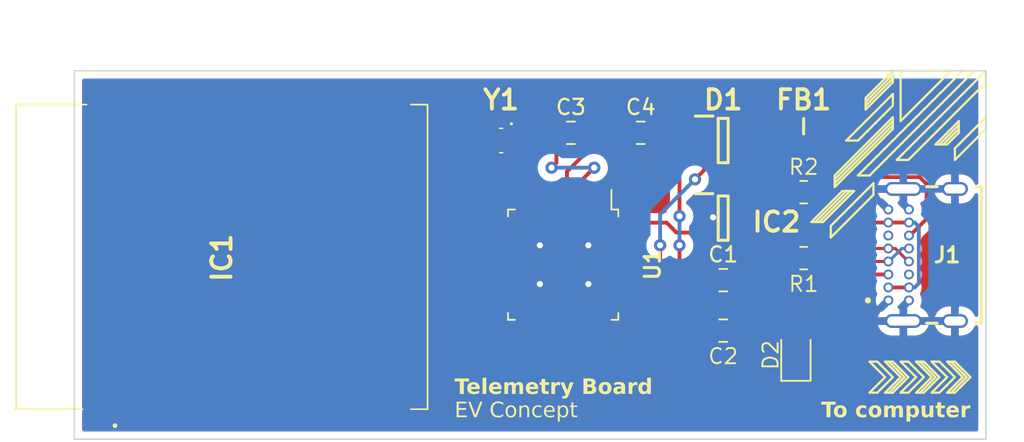
<source format=kicad_pcb>
(kicad_pcb (version 20221018) (generator pcbnew)
  (layers (0 "F.Cu" signal) (31 "B.Cu" signal) (34 "B.Paste" user) (35 "F.Paste" user) (36 "B.SilkS" user "B.Silkscreen") (37 "F.SilkS" user "F.Silkscreen") (38 "B.Mask" user) (39 "F.Mask" user) (44 "Edge.Cuts" user))
  (net 0 "")
  (footprint "Diode_SMD:D_0805_2012Metric" (layer "F.Cu") (at 180.594 93.5505 90)
    (fp_text reference "D2" (at 0 -1.65 90) (layer "F.SilkS") (effects (font (thickness 0.125))))
    (fp_text value "D_Zener")
    (fp_line (start -1.685 -0.96) (end -1.685 0.96) (stroke (width 0.12)) (layer "F.SilkS"))
    (fp_line (start -1.685 0.96) (end 1 0.96) (stroke (width 0.12)) (layer "F.SilkS"))
    (fp_line (start 1 -0.96) (end -1.685 -0.96) (stroke (width 0.12)) (layer "F.SilkS"))
    (pad "1" smd roundrect (at -0.9375 0 90) (size 0.975 1.4) (layers "F.Cu" "F.Paste" "F.Mask"))
    (pad "2" smd roundrect (at 0.9375 0 90) (size 0.975 1.4) (layers "F.Cu" "F.Paste" "F.Mask"))
  )
  (footprint "Capacitor_SMD:C_0805_2012Metric" (layer "F.Cu") (at 165.862 78.994)
    (fp_text reference "C3" (at 0 -1.68) (layer "F.SilkS"))
    (fp_text value "2pF")
    (fp_line (start -0.261252 -0.735) (end 0.261252 -0.735) (stroke (width 0.12)) (layer "F.SilkS"))
    (fp_line (start -0.261252 0.735) (end 0.261252 0.735) (stroke (width 0.12)) (layer "F.SilkS"))
    (pad "1" smd roundrect (at -0.95 0) (size 1 1.45) (layers "F.Cu" "F.Paste" "F.Mask"))
    (pad "2" smd roundrect (at 0.95 0) (size 1 1.45) (layers "F.Cu" "F.Paste" "F.Mask"))
  )
  (footprint "Resistor_SMD:R_0805_2012Metric" (layer "F.Cu") (at 181.102 82.8825)
    (fp_text reference "R2" (at 0 -1.65) (layer "F.SilkS") (effects (font (thickness 0.125))))
    (fp_text value "5.11k")
    (fp_line (start -0.227064 -0.735) (end 0.227064 -0.735) (stroke (width 0.12)) (layer "F.SilkS"))
    (fp_line (start -0.227064 0.735) (end 0.227064 0.735) (stroke (width 0.12)) (layer "F.SilkS"))
    (pad "1" smd roundrect (at -0.9125 0) (size 1.025 1.4) (layers "F.Cu" "F.Paste" "F.Mask") (roundrect_rratio 0.243902))
    (pad "2" smd roundrect (at 0.9125 0) (size 1.025 1.4) (layers "F.Cu" "F.Paste" "F.Mask") (roundrect_rratio 0.243902))
  )
  (footprint "USB4085-GF-A_REVB:GCT_USB4085-GF-A_REVB" (layer "F.Cu") (at 191.008 86.995 90)
    (fp_text reference "J1" (at 0 -0.508 180) (layer "F.SilkS") (effects (font (thickness 0.2) bold)))
    (fp_text value "USB4085-GF-A_REVB")
    (fp_line (start -4.47 -1.85) (end -4.47 -1.17) (stroke (width 0.2)) (layer "F.SilkS"))
    (fp_line (start -4.47 1.39) (end -4.47 1.74) (stroke (width 0.2)) (layer "F.SilkS"))
    (fp_line (start -4.47 1.74) (end 4.47 1.74) (stroke (width 0.2)) (layer "F.SilkS"))
    (fp_line (start 4.47 -1.85) (end 4.47 -1.17) (stroke (width 0.2)) (layer "F.SilkS"))
    (fp_line (start 4.47 1.74) (end 4.47 1.39) (stroke (width 0.2)) (layer "F.SilkS"))
    (fp_circle (center -2.975 -5.7) (end -2.875 -5.7) (stroke (width 0.2)) (fill none) (layer "F.SilkS"))
    (pad "A1" thru_hole circle (at -2.975 -4.36 90) (size 0.65 0.65) (drill 0.4) (layers "*.Cu" "*.Mask"))
    (pad "A4" thru_hole circle (at -2.125 -4.36 90) (size 0.65 0.65) (drill 0.4) (layers "*.Cu" "*.Mask"))
    (pad "A5" thru_hole circle (at -1.275 -4.36 90) (size 0.65 0.65) (drill 0.4) (layers "*.Cu" "*.Mask"))
    (pad "A6" thru_hole circle (at -0.425 -4.36 90) (size 0.65 0.65) (drill 0.4) (layers "*.Cu" "*.Mask"))
    (pad "A7" thru_hole circle (at 0.425 -4.36 90) (size 0.65 0.65) (drill 0.4) (layers "*.Cu" "*.Mask"))
    (pad "A8" thru_hole circle (at 1.275 -4.36 90) (size 0.65 0.65) (drill 0.4) (layers "*.Cu" "*.Mask"))
    (pad "A9" thru_hole circle (at 2.125 -4.36 90) (size 0.65 0.65) (drill 0.4) (layers "*.Cu" "*.Mask"))
    (pad "A12" thru_hole circle (at 2.975 -4.36 90) (size 0.65 0.65) (drill 0.4) (layers "*.Cu" "*.Mask"))
    (pad "B1" thru_hole circle (at 2.975 -3.01 90) (size 0.65 0.65) (drill 0.4) (layers "*.Cu" "*.Mask"))
    (pad "B4" thru_hole circle (at 2.125 -3.01 90) (size 0.65 0.65) (drill 0.4) (layers "*.Cu" "*.Mask"))
    (pad "B5" thru_hole circle (at 1.275 -3.01 90) (size 0.65 0.65) (drill 0.4) (layers "*.Cu" "*.Mask"))
    (pad "B6" thru_hole circle (at 0.425 -3.01 90) (size 0.65 0.65) (drill 0.4) (layers "*.Cu" "*.Mask"))
    (pad "B7" thru_hole circle (at -0.425 -3.01 90) (size 0.65 0.65) (drill 0.4) (layers "*.Cu" "*.Mask"))
    (pad "B8" thru_hole circle (at -1.275 -3.01 90) (size 0.65 0.65) (drill 0.4) (layers "*.Cu" "*.Mask"))
    (pad "B9" thru_hole circle (at -2.125 -3.01 90) (size 0.65 0.65) (drill 0.4) (layers "*.Cu" "*.Mask"))
    (pad "B12" thru_hole circle (at -2.975 -3.01 90) (size 0.65 0.65) (drill 0.4) (layers "*.Cu" "*.Mask"))
    (pad "S1" thru_hole oval (at -4.325 0 90) (size 0.9 1.7) (drill oval 0.6 1.4) (layers "*.Cu" "*.Mask"))
    (pad "S2" thru_hole oval (at 4.325 0 90) (size 0.9 1.7) (drill oval 0.6 1.4) (layers "*.Cu" "*.Mask"))
    (pad "S3" thru_hole oval (at -4.325 -3.38 90) (size 0.9 2.4) (drill oval 0.6 2.1) (layers "*.Cu" "*.Mask"))
    (pad "S4" thru_hole oval (at 4.325 -3.38 90) (size 0.9 2.4) (drill oval 0.6 2.1) (layers "*.Cu" "*.Mask"))
  )
  (footprint "KiCAD Library Loader:XRCGB16M000FXN1R0" (layer "F.Cu") (at 161.29 79.502 180)
    (fp_text reference "Y1" (at 0 2.667) (layer "F.SilkS") (effects (font (size 1.27 1.27) (thickness 0.254) bold)))
    (fp_text value "XRCGB16M000FXN00R0" hide)
    (fp_line (start -0.725 1.1) (end -0.725 1.1) (stroke (width 0.1)) (layer "F.SilkS"))
    (fp_line (start -0.625 1.1) (end -0.625 1.1) (stroke (width 0.1)) (layer "F.SilkS"))
    (fp_line (start -0.1 -0.8) (end 0.1 -0.8) (stroke (width 0.1)) (layer "F.SilkS"))
    (fp_line (start -0.1 0.8) (end 0.1 0.8) (stroke (width 0.1)) (layer "F.SilkS"))
    (fp_arc (start -0.725 1.1) (mid -0.675 1.05) (end -0.625 1.1) (stroke (width 0.1)) (layer "F.SilkS"))
    (fp_arc (start -0.625 1.1) (mid -0.675 1.15) (end -0.725 1.1) (stroke (width 0.1)) (layer "F.SilkS"))
    (pad "1" smd rect (at -0.675 0.5 270) (size 0.7 0.75) (layers "F.Cu" "F.Paste" "F.Mask"))
    (pad "2" smd rect (at 0.675 0.5 270) (size 0.7 0.75) (layers "F.Cu" "F.Paste" "F.Mask"))
    (pad "3" smd rect (at 0.675 -0.5 270) (size 0.7 0.75) (layers "F.Cu" "F.Paste" "F.Mask"))
    (pad "4" smd rect (at -0.675 -0.5 270) (size 0.7 0.75) (layers "F.Cu" "F.Paste" "F.Mask"))
  )
  (footprint "KiCAD Library Loader:SOT95P280X145-6N" (layer "F.Cu") (at 175.834 79.502)
    (fp_text reference "D1" (at 0 -2.667) (layer "F.SilkS") (effects (font (size 1.27 1.27) (thickness 0.254) bold)))
    (fp_text value "82400102" hide)
    (fp_line (start -1.825 -1.6) (end -0.675 -1.6) (stroke (width 0.2)) (layer "F.SilkS"))
    (fp_line (start -0.325 -1.45) (end 0.325 -1.45) (stroke (width 0.2)) (layer "F.SilkS"))
    (fp_line (start -0.325 1.45) (end -0.325 -1.45) (stroke (width 0.2)) (layer "F.SilkS"))
    (fp_line (start 0.325 -1.45) (end 0.325 1.45) (stroke (width 0.2)) (layer "F.SilkS"))
    (fp_line (start 0.325 1.45) (end -0.325 1.45) (stroke (width 0.2)) (layer "F.SilkS"))
    (pad "1" smd rect (at -1.25 -0.95 90) (size 0.6 1.15) (layers "F.Cu" "F.Paste" "F.Mask"))
    (pad "2" smd rect (at -1.25 0 90) (size 0.6 1.15) (layers "F.Cu" "F.Paste" "F.Mask"))
    (pad "3" smd rect (at -1.25 0.95 90) (size 0.6 1.15) (layers "F.Cu" "F.Paste" "F.Mask"))
    (pad "4" smd rect (at 1.25 0.95 90) (size 0.6 1.15) (layers "F.Cu" "F.Paste" "F.Mask"))
    (pad "5" smd rect (at 1.25 0 90) (size 0.6 1.15) (layers "F.Cu" "F.Paste" "F.Mask"))
    (pad "6" smd rect (at 1.25 -0.95 90) (size 0.6 1.15) (layers "F.Cu" "F.Paste" "F.Mask"))
  )
  (footprint "Capacitor_SMD:C_0805_2012Metric" (layer "F.Cu") (at 175.834 91.948 180)
    (fp_text reference "C2" (at 0 -1.68) (layer "F.SilkS") (effects (font (thickness 0.125))))
    (fp_text value "10uF")
    (fp_line (start -0.261252 -0.735) (end 0.261252 -0.735) (stroke (width 0.12)) (layer "F.SilkS"))
    (fp_line (start -0.261252 0.735) (end 0.261252 0.735) (stroke (width 0.12)) (layer "F.SilkS"))
    (pad "1" smd roundrect (at -0.95 0 180) (size 1 1.45) (layers "F.Cu" "F.Paste" "F.Mask"))
    (pad "2" smd roundrect (at 0.95 0 180) (size 1 1.45) (layers "F.Cu" "F.Paste" "F.Mask"))
  )
  (footprint "KiCAD Library Loader:LAMBDA62C9S" (layer "F.Cu") (at 143.002 87.122 90)
    (fp_text reference "IC1" (at -0.0545 0 90) (layer "F.SilkS") (effects (font (size 1.27 1.27) (thickness 0.254) bold)))
    (fp_text value "LAMBDA62C-9S" hide)
    (fp_line (start -11.1 -7) (end -11.1 -7) (stroke (width 0.2)) (layer "F.SilkS"))
    (fp_line (start -11.1 -7) (end -11.1 -7) (stroke (width 0.2)) (layer "F.SilkS"))
    (fp_line (start -11 -7) (end -11 -7) (stroke (width 0.2)) (layer "F.SilkS"))
    (fp_line (start -9.975 -13.475) (end -9.975 -13.475) (stroke (width 0.1)) (layer "F.SilkS"))
    (fp_line (start -9.975 -13.475) (end -9.975 -13.475) (stroke (width 0.1)) (layer "F.SilkS"))
    (fp_line (start -9.975 -13.475) (end -9.975 -9.115) (stroke (width 0.1)) (layer "F.SilkS"))
    (fp_line (start -9.975 -13.475) (end 9.975 -13.475) (stroke (width 0.1)) (layer "F.SilkS"))
    (fp_line (start -9.975 -9.115) (end -9.975 -13.475) (stroke (width 0.1)) (layer "F.SilkS"))
    (fp_line (start -9.975 -9.115) (end -9.975 -9.115) (stroke (width 0.1)) (layer "F.SilkS"))
    (fp_line (start -9.975 12.385) (end -9.975 12.385) (stroke (width 0.1)) (layer "F.SilkS"))
    (fp_line (start -9.975 12.385) (end -9.975 13.475) (stroke (width 0.1)) (layer "F.SilkS"))
    (fp_line (start -9.975 13.475) (end -9.975 12.385) (stroke (width 0.1)) (layer "F.SilkS"))
    (fp_line (start -9.975 13.475) (end -9.975 13.475) (stroke (width 0.1)) (layer "F.SilkS"))
    (fp_line (start -9.975 13.475) (end -9.975 13.475) (stroke (width 0.1)) (layer "F.SilkS"))
    (fp_line (start -9.975 13.475) (end 9.975 13.475) (stroke (width 0.1)) (layer "F.SilkS"))
    (fp_line (start 9.975 -13.475) (end -9.975 -13.475) (stroke (width 0.1)) (layer "F.SilkS"))
    (fp_line (start 9.975 -13.475) (end 9.975 -13.475) (stroke (width 0.1)) (layer "F.SilkS"))
    (fp_line (start 9.975 -13.475) (end 9.975 -13.475) (stroke (width 0.1)) (layer "F.SilkS"))
    (fp_line (start 9.975 -13.475) (end 9.975 -8.865) (stroke (width 0.1)) (layer "F.SilkS"))
    (fp_line (start 9.975 -8.865) (end 9.975 -13.475) (stroke (width 0.1)) (layer "F.SilkS"))
    (fp_line (start 9.975 -8.865) (end 9.975 -8.865) (stroke (width 0.1)) (layer "F.SilkS"))
    (fp_line (start 9.975 12.385) (end 9.975 12.385) (stroke (width 0.1)) (layer "F.SilkS"))
    (fp_line (start 9.975 12.385) (end 9.975 13.475) (stroke (width 0.1)) (layer "F.SilkS"))
    (fp_line (start 9.975 13.475) (end -9.975 13.475) (stroke (width 0.1)) (layer "F.SilkS"))
    (fp_line (start 9.975 13.475) (end 9.975 12.385) (stroke (width 0.1)) (layer "F.SilkS"))
    (fp_line (start 9.975 13.475) (end 9.975 13.475) (stroke (width 0.1)) (layer "F.SilkS"))
    (fp_line (start 9.975 13.475) (end 9.975 13.475) (stroke (width 0.1)) (layer "F.SilkS"))
    (fp_arc (start -11.1 -7) (mid -11.05 -7.05) (end -11 -7) (stroke (width 0.2)) (layer "F.SilkS"))
    (fp_arc (start -11 -7) (mid -11.05 -6.95) (end -11.1 -7) (stroke (width 0.2)) (layer "F.SilkS"))
    (fp_arc (start -11 -7) (mid -11.05 -6.95) (end -11.1 -7) (stroke (width 0.2)) (layer "F.SilkS"))
    (pad "1" smd rect (at -8.725 -7.145 180) (size 1.78 2.5) (layers "F.Cu" "F.Paste" "F.Mask"))
    (pad "2" smd rect (at -8.725 -4.605 180) (size 1.78 2.5) (layers "F.Cu" "F.Paste" "F.Mask"))
    (pad "3" smd rect (at -8.725 -2.065 180) (size 1.78 2.5) (layers "F.Cu" "F.Paste" "F.Mask"))
    (pad "4" smd rect (at -8.725 0.475 180) (size 1.78 2.5) (layers "F.Cu" "F.Paste" "F.Mask"))
    (pad "5" smd rect (at -8.725 3.015 180) (size 1.78 2.5) (layers "F.Cu" "F.Paste" "F.Mask"))
    (pad "6" smd rect (at -8.725 5.555 180) (size 1.78 2.5) (layers "F.Cu" "F.Paste" "F.Mask"))
    (pad "7" smd rect (at -8.725 8.095 180) (size 1.78 2.5) (layers "F.Cu" "F.Paste" "F.Mask"))
    (pad "8" smd rect (at -8.725 10.635 180) (size 1.78 2.5) (layers "F.Cu" "F.Paste" "F.Mask"))
    (pad "9" smd rect (at 8.725 10.635 180) (size 1.78 2.5) (layers "F.Cu" "F.Paste" "F.Mask"))
    (pad "10" smd rect (at 8.725 8.095 180) (size 1.78 2.5) (layers "F.Cu" "F.Paste" "F.Mask"))
    (pad "11" smd rect (at 8.725 5.555 180) (size 1.78 2.5) (layers "F.Cu" "F.Paste" "F.Mask"))
    (pad "12" smd rect (at 8.725 3.015 180) (size 1.78 2.5) (layers "F.Cu" "F.Paste" "F.Mask"))
    (pad "13" smd rect (at 8.725 0.475 180) (size 1.78 2.5) (layers "F.Cu" "F.Paste" "F.Mask"))
    (pad "14" smd rect (at 8.725 -2.065 180) (size 1.78 2.5) (layers "F.Cu" "F.Paste" "F.Mask"))
    (pad "15" smd rect (at 8.725 -4.605 180) (size 1.78 2.5) (layers "F.Cu" "F.Paste" "F.Mask"))
    (pad "16" smd rect (at 8.725 -7.145 180) (size 1.78 2.5) (layers "F.Cu" "F.Paste" "F.Mask"))
  )
  (footprint "Capacitor_SMD:C_0805_2012Metric" (layer "F.Cu") (at 170.434 78.994)
    (fp_text reference "C4" (at 0 -1.68) (layer "F.SilkS"))
    (fp_text value "2pF")
    (fp_line (start -0.261252 -0.735) (end 0.261252 -0.735) (stroke (width 0.12)) (layer "F.SilkS"))
    (fp_line (start -0.261252 0.735) (end 0.261252 0.735) (stroke (width 0.12)) (layer "F.SilkS"))
    (pad "1" smd roundrect (at -0.95 0) (size 1 1.45) (layers "F.Cu" "F.Paste" "F.Mask"))
    (pad "2" smd roundrect (at 0.95 0) (size 1 1.45) (layers "F.Cu" "F.Paste" "F.Mask"))
  )
  (footprint "Resistor_SMD:R_0805_2012Metric" (layer "F.Cu") (at 181.102 87.2005)
    (fp_text reference "R1" (at 0 1.6995) (layer "F.SilkS") (effects (font (thickness 0.125))))
    (fp_text value "5.11k")
    (fp_line (start -0.227064 -0.735) (end 0.227064 -0.735) (stroke (width 0.12)) (layer "F.SilkS"))
    (fp_line (start -0.227064 0.735) (end 0.227064 0.735) (stroke (width 0.12)) (layer "F.SilkS"))
    (pad "1" smd roundrect (at -0.9125 0) (size 1.025 1.4) (layers "F.Cu" "F.Paste" "F.Mask") (roundrect_rratio 0.243902))
    (pad "2" smd roundrect (at 0.9125 0) (size 1.025 1.4) (layers "F.Cu" "F.Paste" "F.Mask") (roundrect_rratio 0.243902))
  )
  (footprint "Package_QFP:LQFP-48_7x7mm_P0.5mm" (layer "F.Cu") (at 165.354 87.63 -90)
    (fp_text reference "U1" (at 0 -5.85 90) (layer "F.SilkS") (effects (font (thickness 0.2) bold)))
    (fp_text value "STM32F103C8Tx")
    (fp_line (start -3.61 -3.61) (end -3.61 -3.16) (stroke (width 0.12)) (layer "F.SilkS"))
    (fp_line (start -3.61 -3.16) (end -4.9 -3.16) (stroke (width 0.12)) (layer "F.SilkS"))
    (fp_line (start -3.61 3.61) (end -3.61 3.16) (stroke (width 0.12)) (layer "F.SilkS"))
    (fp_line (start -3.16 -3.61) (end -3.61 -3.61) (stroke (width 0.12)) (layer "F.SilkS"))
    (fp_line (start -3.16 3.61) (end -3.61 3.61) (stroke (width 0.12)) (layer "F.SilkS"))
    (fp_line (start 3.16 -3.61) (end 3.61 -3.61) (stroke (width 0.12)) (layer "F.SilkS"))
    (fp_line (start 3.16 3.61) (end 3.61 3.61) (stroke (width 0.12)) (layer "F.SilkS"))
    (fp_line (start 3.61 -3.61) (end 3.61 -3.16) (stroke (width 0.12)) (layer "F.SilkS"))
    (fp_line (start 3.61 3.61) (end 3.61 3.16) (stroke (width 0.12)) (layer "F.SilkS"))
    (pad "1" smd roundrect (at -4.1625 -2.75 270) (size 1.475 0.3) (layers "F.Cu" "F.Paste" "F.Mask"))
    (pad "2" smd roundrect (at -4.1625 -2.25 270) (size 1.475 0.3) (layers "F.Cu" "F.Paste" "F.Mask"))
    (pad "3" smd roundrect (at -4.1625 -1.75 270) (size 1.475 0.3) (layers "F.Cu" "F.Paste" "F.Mask"))
    (pad "4" smd roundrect (at -4.1625 -1.25 270) (size 1.475 0.3) (layers "F.Cu" "F.Paste" "F.Mask"))
    (pad "5" smd roundrect (at -4.1625 -0.75 270) (size 1.475 0.3) (layers "F.Cu" "F.Paste" "F.Mask"))
    (pad "6" smd roundrect (at -4.1625 -0.25 270) (size 1.475 0.3) (layers "F.Cu" "F.Paste" "F.Mask"))
    (pad "7" smd roundrect (at -4.1625 0.25 270) (size 1.475 0.3) (layers "F.Cu" "F.Paste" "F.Mask"))
    (pad "8" smd roundrect (at -4.1625 0.75 270) (size 1.475 0.3) (layers "F.Cu" "F.Paste" "F.Mask"))
    (pad "9" smd roundrect (at -4.1625 1.25 270) (size 1.475 0.3) (layers "F.Cu" "F.Paste" "F.Mask"))
    (pad "10" smd roundrect (at -4.1625 1.75 270) (size 1.475 0.3) (layers "F.Cu" "F.Paste" "F.Mask"))
    (pad "11" smd roundrect (at -4.1625 2.25 270) (size 1.475 0.3) (layers "F.Cu" "F.Paste" "F.Mask"))
    (pad "12" smd roundrect (at -4.1625 2.75 270) (size 1.475 0.3) (layers "F.Cu" "F.Paste" "F.Mask"))
    (pad "13" smd roundrect (at -2.75 4.1625 270) (size 0.3 1.475) (layers "F.Cu" "F.Paste" "F.Mask"))
    (pad "14" smd roundrect (at -2.25 4.1625 270) (size 0.3 1.475) (layers "F.Cu" "F.Paste" "F.Mask"))
    (pad "15" smd roundrect (at -1.75 4.1625 270) (size 0.3 1.475) (layers "F.Cu" "F.Paste" "F.Mask"))
    (pad "16" smd roundrect (at -1.25 4.1625 270) (size 0.3 1.475) (layers "F.Cu" "F.Paste" "F.Mask"))
    (pad "17" smd roundrect (at -0.75 4.1625 270) (size 0.3 1.475) (layers "F.Cu" "F.Paste" "F.Mask"))
    (pad "18" smd roundrect (at -0.25 4.1625 270) (size 0.3 1.475) (layers "F.Cu" "F.Paste" "F.Mask"))
    (pad "19" smd roundrect (at 0.25 4.1625 270) (size 0.3 1.475) (layers "F.Cu" "F.Paste" "F.Mask"))
    (pad "20" smd roundrect (at 0.75 4.1625 270) (size 0.3 1.475) (layers "F.Cu" "F.Paste" "F.Mask"))
    (pad "21" smd roundrect (at 1.25 4.1625 270) (size 0.3 1.475) (layers "F.Cu" "F.Paste" "F.Mask"))
    (pad "22" smd roundrect (at 1.75 4.1625 270) (size 0.3 1.475) (layers "F.Cu" "F.Paste" "F.Mask"))
    (pad "23" smd roundrect (at 2.25 4.1625 270) (size 0.3 1.475) (layers "F.Cu" "F.Paste" "F.Mask"))
    (pad "24" smd roundrect (at 2.75 4.1625 270) (size 0.3 1.475) (layers "F.Cu" "F.Paste" "F.Mask"))
    (pad "25" smd roundrect (at 4.1625 2.75 270) (size 1.475 0.3) (layers "F.Cu" "F.Paste" "F.Mask"))
    (pad "26" smd roundrect (at 4.1625 2.25 270) (size 1.475 0.3) (layers "F.Cu" "F.Paste" "F.Mask"))
    (pad "27" smd roundrect (at 4.1625 1.75 270) (size 1.475 0.3) (layers "F.Cu" "F.Paste" "F.Mask"))
    (pad "28" smd roundrect (at 4.1625 1.25 270) (size 1.475 0.3) (layers "F.Cu" "F.Paste" "F.Mask"))
    (pad "29" smd roundrect (at 4.1625 0.75 270) (size 1.475 0.3) (layers "F.Cu" "F.Paste" "F.Mask"))
    (pad "30" smd roundrect (at 4.1625 0.25 270) (size 1.475 0.3) (layers "F.Cu" "F.Paste" "F.Mask"))
    (pad "31" smd roundrect (at 4.1625 -0.25 270) (size 1.475 0.3) (layers "F.Cu" "F.Paste" "F.Mask"))
    (pad "32" smd roundrect (at 4.1625 -0.75 270) (size 1.475 0.3) (layers "F.Cu" "F.Paste" "F.Mask"))
    (pad "33" smd roundrect (at 4.1625 -1.25 270) (size 1.475 0.3) (layers "F.Cu" "F.Paste" "F.Mask"))
    (pad "34" smd roundrect (at 4.1625 -1.75 270) (size 1.475 0.3) (layers "F.Cu" "F.Paste" "F.Mask"))
    (pad "35" smd roundrect (at 4.1625 -2.25 270) (size 1.475 0.3) (layers "F.Cu" "F.Paste" "F.Mask"))
    (pad "36" smd roundrect (at 4.1625 -2.75 270) (size 1.475 0.3) (layers "F.Cu" "F.Paste" "F.Mask"))
    (pad "37" smd roundrect (at 2.75 -4.1625 270) (size 0.3 1.475) (layers "F.Cu" "F.Paste" "F.Mask"))
    (pad "38" smd roundrect (at 2.25 -4.1625 270) (size 0.3 1.475) (layers "F.Cu" "F.Paste" "F.Mask"))
    (pad "39" smd roundrect (at 1.75 -4.1625 270) (size 0.3 1.475) (layers "F.Cu" "F.Paste" "F.Mask"))
    (pad "40" smd roundrect (at 1.25 -4.1625 270) (size 0.3 1.475) (layers "F.Cu" "F.Paste" "F.Mask"))
    (pad "41" smd roundrect (at 0.75 -4.1625 270) (size 0.3 1.475) (layers "F.Cu" "F.Paste" "F.Mask"))
    (pad "42" smd roundrect (at 0.25 -4.1625 270) (size 0.3 1.475) (layers "F.Cu" "F.Paste" "F.Mask"))
    (pad "43" smd roundrect (at -0.25 -4.1625 270) (size 0.3 1.475) (layers "F.Cu" "F.Paste" "F.Mask"))
    (pad "44" smd roundrect (at -0.75 -4.1625 270) (size 0.3 1.475) (layers "F.Cu" "F.Paste" "F.Mask"))
    (pad "45" smd roundrect (at -1.25 -4.1625 270) (size 0.3 1.475) (layers "F.Cu" "F.Paste" "F.Mask"))
    (pad "46" smd roundrect (at -1.75 -4.1625 270) (size 0.3 1.475) (layers "F.Cu" "F.Paste" "F.Mask"))
    (pad "47" smd roundrect (at -2.25 -4.1625 270) (size 0.3 1.475) (layers "F.Cu" "F.Paste" "F.Mask"))
    (pad "48" smd roundrect (at -2.75 -4.1625 270) (size 0.3 1.475) (layers "F.Cu" "F.Paste" "F.Mask"))
  )
  (footprint "Capacitor_SMD:C_0805_2012Metric" (layer "F.Cu") (at 175.834 88.646)
    (fp_text reference "C1" (at 0 -1.68) (layer "F.SilkS"))
    (fp_text value "10uF")
    (fp_line (start -0.261252 -0.735) (end 0.261252 -0.735) (stroke (width 0.12)) (layer "F.SilkS"))
    (fp_line (start -0.261252 0.735) (end 0.261252 0.735) (stroke (width 0.12)) (layer "F.SilkS"))
    (pad "1" smd roundrect (at -0.95 0) (size 1 1.45) (layers "F.Cu" "F.Paste" "F.Mask"))
    (pad "2" smd roundrect (at 0.95 0) (size 1 1.45) (layers "F.Cu" "F.Paste" "F.Mask"))
  )
  (footprint "KiCAD Library Loader:SOT95P280X145-6N" (layer "F.Cu") (at 175.834 84.582)
    (fp_text reference "IC2" (at 3.49 0.254) (layer "F.SilkS") (effects (font (size 1.27 1.27) (thickness 0.254) bold)))
    (fp_text value "TC1264-3.3VDBTR" hide)
    (fp_line (start -1.825 -1.6) (end -0.675 -1.6) (stroke (width 0.2)) (layer "F.SilkS"))
    (fp_line (start -0.325 -1.45) (end 0.325 -1.45) (stroke (width 0.2)) (layer "F.SilkS"))
    (fp_line (start -0.325 1.45) (end -0.325 -1.45) (stroke (width 0.2)) (layer "F.SilkS"))
    (fp_line (start 0.325 -1.45) (end 0.325 1.45) (stroke (width 0.2)) (layer "F.SilkS"))
    (fp_line (start 0.325 1.45) (end -0.325 1.45) (stroke (width 0.2)) (layer "F.SilkS"))
    (pad "1" smd rect (at -1.25 -0.95 90) (size 0.6 1.15) (layers "F.Cu" "F.Paste" "F.Mask"))
    (pad "2" smd rect (at -1.25 0 90) (size 0.6 1.15) (layers "F.Cu" "F.Paste" "F.Mask"))
    (pad "3" smd rect (at -1.25 0.95 90) (size 0.6 1.15) (layers "F.Cu" "F.Paste" "F.Mask"))
    (pad "4" smd rect (at 1.25 0.95 90) (size 0.6 1.15) (layers "F.Cu" "F.Paste" "F.Mask"))
    (pad "5" smd rect (at 1.25 0 90) (size 0.6 1.15) (layers "F.Cu" "F.Paste" "F.Mask"))
    (pad "6" smd rect (at 1.25 -0.95 90) (size 0.6 1.15) (layers "F.Cu" "F.Paste" "F.Mask"))
  )
  (footprint "KiCAD Library Loader:BEADC2012X110N" (layer "F.Cu") (at 181.102 78.5645)
    (fp_text reference "FB1" (at 0 -1.7295) (layer "F.SilkS") (effects (font (size 1.27 1.27) (thickness 0.254) bold)))
    (fp_text value "FerriteBead" hide)
    (fp_line (start 0 -0.5) (end 0 0.5) (stroke (width 0.2)) (layer "F.SilkS"))
    (pad "1" smd rect (at -0.85 0) (size 1.2 1.4) (layers "F.Cu" "F.Paste" "F.Mask"))
    (pad "2" smd rect (at 0.85 0) (size 1.2 1.4) (layers "F.Cu" "F.Paste" "F.Mask"))
  )
  (gr_line (start 183.134 81.788) (end 183.134 82.296) (stroke (width 0.15)) (layer "F.SilkS"))
  (gr_line (start 187.452 93.98) (end 187.96 93.98) (stroke (width 0.15)) (layer "F.SilkS"))
  (gr_line (start 186.436 80.01) (end 184.658 81.788) (stroke (width 0.15)) (layer "F.SilkS"))
  (gr_line (start 188.976 94.996) (end 187.96 96.012) (stroke (width 0.15)) (layer "F.SilkS"))
  (gr_line (start 191.516 74.93) (end 192.278 74.93) (stroke (width 0.15)) (layer "F.SilkS"))
  (gr_line (start 187.96 80.772) (end 193.04 75.692) (stroke (width 0.15)) (layer "F.SilkS"))
  (gr_line (start 183.134 82.55) (end 186.944 78.74) (stroke (width 0.15)) (layer "F.SilkS"))
  (gr_line (start 191.008 93.98) (end 192.024 94.996) (stroke (width 0.15)) (layer "F.SilkS"))
  (gr_line (start 181.864 84.836) (end 183.896 82.804) (stroke (width 0.15)) (layer "F.SilkS"))
  (gr_line (start 186.944 78.232) (end 186.944 78.486) (stroke (width 0.15)) (layer "F.SilkS"))
  (gr_line (start 189.992 96.012) (end 189.484 96.012) (stroke (width 0.15)) (layer "F.SilkS"))
  (gr_line (start 193.04 74.93) (end 187.198 80.772) (stroke (width 0.15)) (layer "F.SilkS"))
  (gr_line (start 186.944 75.438) (end 185.166 77.216) (stroke (width 0.15)) (layer "F.SilkS"))
  (gr_line (start 186.436 96.012) (end 187.452 94.996) (stroke (width 0.15)) (layer "F.SilkS"))
  (gr_line (start 186.69 96.012) (end 187.706 94.996) (stroke (width 0.15)) (layer "F.SilkS"))
  (gr_line (start 186.436 94.996) (end 185.42 93.98) (stroke (width 0.15)) (layer "F.SilkS"))
  (gr_line (start 189.738 79.756) (end 190.5 79.756) (stroke (width 0.15)) (layer "F.SilkS"))
  (gr_line (start 191.262 78.232) (end 189.738 79.756) (stroke (width 0.15)) (layer "F.SilkS"))
  (gr_line (start 182.118 84.836) (end 184.15 82.804) (stroke (width 0.15)) (layer "F.SilkS"))
  (gr_line (start 191.77 94.996) (end 190.754 96.012) (stroke (width 0.15)) (layer "F.SilkS"))
  (gr_line (start 190.754 93.98) (end 191.77 94.996) (stroke (width 0.15)) (layer "F.SilkS"))
  (gr_line (start 188.722 96.012) (end 189.738 94.996) (stroke (width 0.15)) (layer "F.SilkS"))
  (gr_line (start 193.04 75.692) (end 193.04 74.93) (stroke (width 0.15)) (layer "F.SilkS"))
  (gr_line (start 185.674 82.296) (end 182.88 85.09) (stroke (width 0.15)) (layer "F.SilkS"))
  (gr_line (start 184.404 82.804) (end 183.642 82.804) (stroke (width 0.15)) (layer "F.SilkS"))
  (gr_line (start 192.024 94.996) (end 191.008 96.012) (stroke (width 0.15)) (layer "F.SilkS"))
  (gr_line (start 184.658 79.502) (end 183.896 79.502) (stroke (width 0.15)) (layer "F.SilkS"))
  (gr_line (start 191.262 78.74) (end 190.246 79.756) (stroke (width 0.15)) (layer "F.SilkS"))
  (gr_line (start 189.738 94.996) (end 188.722 93.98) (stroke (width 0.15)) (layer "F.SilkS"))
  (gr_line (start 186.944 96.012) (end 186.436 96.012) (stroke (width 0.15)) (layer "F.SilkS"))
  (gr_line (start 188.468 96.012) (end 189.484 94.996) (stroke (width 0.15)) (layer "F.SilkS"))
  (gr_line (start 189.992 94.996) (end 188.976 96.012) (stroke (width 0.15)) (layer "F.SilkS"))
  (gr_line (start 190.5 79.756) (end 191.262 78.994) (stroke (width 0.15)) (layer "F.SilkS"))
  (gr_line (start 183.896 79.502) (end 186.944 76.454) (stroke (width 0.15)) (layer "F.SilkS"))
  (gr_line (start 187.96 94.996) (end 186.944 96.012) (stroke (width 0.15)) (layer "F.SilkS"))
  (gr_line (start 191.008 80.01) (end 191.008 80.772) (stroke (width 0.15)) (layer "F.SilkS"))
  (gr_line (start 188.976 93.98) (end 189.992 94.996) (stroke (width 0.15)) (layer "F.SilkS"))
  (gr_line (start 188.976 96.012) (end 188.468 96.012) (stroke (width 0.15)) (layer "F.SilkS"))
  (gr_line (start 190.754 74.93) (end 187.452 74.93) (stroke (width 0.15)) (layer "F.SilkS"))
  (gr_line (start 185.166 76.708) (end 186.944 74.93) (stroke (width 0.15)) (layer "F.SilkS"))
  (gr_line (start 186.944 75.184) (end 186.944 75.438) (stroke (width 0.15)) (layer "F.SilkS"))
  (gr_line (start 186.944 78.74) (end 186.944 77.978) (stroke (width 0.15)) (layer "F.SilkS"))
  (gr_line (start 182.88 85.09) (end 182.88 85.852) (stroke (width 0.15)) (layer "F.SilkS"))
  (gr_line (start 185.42 96.012) (end 186.436 94.996) (stroke (width 0.15)) (layer "F.SilkS"))
  (gr_line (start 187.96 93.98) (end 188.976 94.996) (stroke (width 0.15)) (layer "F.SilkS"))
  (gr_line (start 185.928 93.98) (end 186.944 94.996) (stroke (width 0.15)) (layer "F.SilkS"))
  (gr_line (start 185.928 96.012) (end 185.42 96.012) (stroke (width 0.15)) (layer "F.SilkS"))
  (gr_line (start 189.484 96.012) (end 190.5 94.996) (stroke (width 0.15)) (layer "F.SilkS"))
  (gr_line (start 189.992 93.98) (end 191.008 94.996) (stroke (width 0.15)) (layer "F.SilkS"))
  (gr_line (start 185.166 77.47) (end 185.166 76.708) (stroke (width 0.15)) (layer "F.SilkS"))
  (gr_line (start 191.008 94.996) (end 189.992 96.012) (stroke (width 0.15)) (layer "F.SilkS"))
  (gr_line (start 191.008 80.772) (end 191.516 80.264) (stroke (width 0.15)) (layer "F.SilkS"))
  (gr_line (start 185.674 83.058) (end 185.674 82.296) (stroke (width 0.15)) (layer "F.SilkS"))
  (gr_line (start 182.372 84.836) (end 184.404 82.804) (stroke (width 0.15)) (layer "F.SilkS"))
  (gr_line (start 186.944 75.692) (end 185.166 77.47) (stroke (width 0.15)) (layer "F.SilkS"))
  (gr_line (start 193.04 77.978) (end 191.516 79.502) (stroke (width 0.15)) (layer "F.SilkS"))
  (gr_line (start 187.198 80.772) (end 187.96 80.772) (stroke (width 0.15)) (layer "F.SilkS"))
  (gr_line (start 191.516 79.502) (end 191.008 80.01) (stroke (width 0.15)) (layer "F.SilkS"))
  (gr_line (start 185.42 93.98) (end 185.928 93.98) (stroke (width 0.15)) (layer "F.SilkS"))
  (gr_line (start 187.452 78.232) (end 190.754 74.93) (stroke (width 0.15)) (layer "F.SilkS"))
  (gr_line (start 187.452 96.012) (end 188.468 94.996) (stroke (width 0.15)) (layer "F.SilkS"))
  (gr_line (start 182.88 85.852) (end 185.674 83.058) (stroke (width 0.15)) (layer "F.SilkS"))
  (gr_line (start 187.452 74.93) (end 187.452 78.232) (stroke (width 0.15)) (layer "F.SilkS"))
  (gr_line (start 190.5 94.996) (end 189.484 93.98) (stroke (width 0.15)) (layer "F.SilkS"))
  (gr_line (start 189.484 93.98) (end 189.992 93.98) (stroke (width 0.15)) (layer "F.SilkS"))
  (gr_line (start 186.436 80.01) (end 191.516 74.93) (stroke (width 0.15)) (layer "F.SilkS"))
  (gr_line (start 186.944 94.996) (end 185.928 96.012) (stroke (width 0.15)) (layer "F.SilkS"))
  (gr_line (start 187.706 94.996) (end 186.69 93.98) (stroke (width 0.15)) (layer "F.SilkS"))
  (gr_line (start 181.61 84.836) (end 182.372 84.836) (stroke (width 0.15)) (layer "F.SilkS"))
  (gr_line (start 185.166 76.962) (end 186.944 75.184) (stroke (width 0.15)) (layer "F.SilkS"))
  (gr_line (start 191.262 78.994) (end 191.262 78.232) (stroke (width 0.15)) (layer "F.SilkS"))
  (gr_line (start 189.992 79.756) (end 191.262 78.486) (stroke (width 0.15)) (layer "F.SilkS"))
  (gr_line (start 191.008 96.012) (end 190.5 96.012) (stroke (width 0.15)) (layer "F.SilkS"))
  (gr_line (start 191.516 80.264) (end 193.04 78.74) (stroke (width 0.15)) (layer "F.SilkS"))
  (gr_line (start 193.04 77.978) (end 193.04 78.74) (stroke (width 0.15)) (layer "F.SilkS"))
  (gr_line (start 183.896 82.804) (end 184.023 82.804) (stroke (width 0.15)) (layer "F.SilkS"))
  (gr_line (start 189.484 94.996) (end 188.468 93.98) (stroke (width 0.15)) (layer "F.SilkS"))
  (gr_line (start 186.944 76.454) (end 186.944 77.216) (stroke (width 0.15)) (layer "F.SilkS"))
  (gr_line (start 186.436 93.98) (end 186.944 93.98) (stroke (width 0.15)) (layer "F.SilkS"))
  (gr_line (start 192.278 74.93) (end 186.436 80.772) (stroke (width 0.15)) (layer "F.SilkS"))
  (gr_line (start 183.134 82.042) (end 186.944 78.232) (stroke (width 0.15)) (layer "F.SilkS"))
  (gr_line (start 186.944 77.216) (end 184.658 79.502) (stroke (width 0.15)) (layer "F.SilkS"))
  (gr_line (start 183.642 82.804) (end 181.61 84.836) (stroke (width 0.15)) (layer "F.SilkS"))
  (gr_line (start 188.468 94.996) (end 187.452 93.98) (stroke (width 0.15)) (layer "F.SilkS"))
  (gr_line (start 186.944 78.486) (end 183.134 82.296) (stroke (width 0.15)) (layer "F.SilkS"))
  (gr_line (start 191.262 78.486) (end 191.262 78.74) (stroke (width 0.15)) (layer "F.SilkS"))
  (gr_line (start 187.452 94.996) (end 186.436 93.98) (stroke (width 0.15)) (layer "F.SilkS"))
  (gr_line (start 186.944 74.93) (end 186.944 75.692) (stroke (width 0.15)) (layer "F.SilkS"))
  (gr_line (start 186.944 93.98) (end 187.96 94.996) (stroke (width 0.15)) (layer "F.SilkS"))
  (gr_line (start 187.96 96.012) (end 187.452 96.012) (stroke (width 0.15)) (layer "F.SilkS"))
  (gr_line (start 190.5 93.98) (end 191.008 93.98) (stroke (width 0.15)) (layer "F.SilkS"))
  (gr_line (start 191.516 94.996) (end 190.5 93.98) (stroke (width 0.15)) (layer "F.SilkS"))
  (gr_line (start 186.944 77.978) (end 183.134 81.788) (stroke (width 0.15)) (layer "F.SilkS"))
  (gr_line (start 183.134 82.296) (end 183.134 82.55) (stroke (width 0.15)) (layer "F.SilkS"))
  (gr_line (start 184.658 81.788) (end 185.42 81.788) (stroke (width 0.15)) (layer "F.SilkS"))
  (gr_line (start 185.42 81.788) (end 186.436 80.772) (stroke (width 0.15)) (layer "F.SilkS"))
  (gr_line (start 190.5 96.012) (end 191.516 94.996) (stroke (width 0.15)) (layer "F.SilkS"))
  (gr_line (start 188.468 93.98) (end 188.976 93.98) (stroke (width 0.15)) (layer "F.SilkS"))
  (gr_line (start 133.35 74.93) (end 184.15 74.93) (stroke (width 0.1)) (layer "Edge.Cuts"))
  (gr_line (start 133.35 99.06) (end 133.35 74.93) (stroke (width 0.1)) (layer "Edge.Cuts"))
  (gr_line (start 193.04 99.06) (end 184.15 99.06) (stroke (width 0.1)) (layer "Edge.Cuts"))
  (gr_line (start 184.15 74.93) (end 193.04 74.93) (stroke (width 0.1)) (layer "Edge.Cuts"))
  (gr_line (start 193.04 99.06) (end 193.04 74.93) (stroke (width 0.1)) (layer "Edge.Cuts"))
  (gr_line (start 184.15 99.06) (end 133.35 99.06) (stroke (width 0.1)) (layer "Edge.Cuts"))
  (gr_text "Telemetry Board" (at 158.242 96.266) (layer "F.SilkS") (effects (font (size 1 1) (thickness 0.2) bold) (justify left bottom)))
  (gr_text "To computer\n" (at 192.024 97.79) (layer "F.SilkS") (effects (font (size 1 1) (thickness 0.2) bold) (justify right bottom)))
  (gr_text "EV Concept" (at 158.242 97.79) (layer "F.SilkS") (effects (font (size 1 1) (thickness 0.125)) (justify left bottom)))
  (segment (start 175.784 82.432) (end 175.784 78.327) (width 0.25) (layer "F.Cu") (net 0))
  (segment (start 166.104 83.4675) (end 166.104 82.562) (width 0.25) (layer "F.Cu") (net 0))
  (segment (start 164.912 78.994) (end 164.912 80.96) (width 0.25) (layer "F.Cu") (net 0))
  (segment (start 153.624 87.88) (end 146.017 95.487) (width 0.25) (layer "F.Cu") (net 0))
  (segment (start 161.1915 87.38) (end 151.584 87.38) (width 0.25) (layer "F.Cu") (net 0))
  (segment (start 169.5165 84.88) (end 172.132 84.88) (width 0.25) (layer "F.Cu") (net 0))
  (segment (start 164.912 80.96) (end 164.592 81.28) (width 0.25) (layer "F.Cu") (net 0))
  (segment (start 167.459695 84.88) (end 166.28 86.059695) (width 0.25) (layer "F.Cu") (net 0))
  (segment (start 176.209 78.652) (end 176.309 78.552) (width 0.2) (layer "F.Cu") (net 0))
  (segment (start 182.476327 84.87) (end 186.648 84.87) (width 0.25) (layer "F.Cu") (net 0))
  (segment (start 177.984 77.927) (end 177.984 79.177) (width 0.25) (layer "F.Cu") (net 0))
  (segment (start 166.104 82.562) (end 167.386 81.28) (width 0.25) (layer "F.Cu") (net 0))
  (segment (start 144.692 79.922) (end 144.692 76.822) (width 0.25) (layer "F.Cu") (net 0))
  (segment (start 186.648 88.27) (end 183.084 88.27) (width 0.25) (layer "F.Cu") (net 0))
  (segment (start 171.704 91.184604) (end 171.704 86.36) (width 0.25) (layer "F.Cu") (net 0))
  (segment (start 176.309 78.552) (end 177.084 78.552) (width 0.2) (layer "F.Cu") (net 0))
  (segment (start 189.153 82.348984) (end 189.153 84.634239) (width 0.25) (layer "F.Cu") (net 0))
  (segment (start 143.477 79.367) (end 143.477 78.397) (width 0.25) (layer "F.Cu") (net 0))
  (segment (start 140.937 78.757) (end 140.937 78.397) (width 0.25) (layer "F.Cu") (net 0))
  (segment (start 164.604 83.4675) (end 164.604 85.586) (width 0.25) (layer "F.Cu") (net 0))
  (segment (start 164.074695 87.63) (end 166.28 87.63) (width 0.25) (layer "F.Cu") (net 0))
  (segment (start 184.069116 85.725) (end 180.975 85.725) (width 0.2) (layer "F.Cu") (net 0))
  (segment (start 176.022 84.245) (end 175.409 83.632) (width 0.25) (layer "F.Cu") (net 0))
  (segment (start 186.648 86.57) (end 185.63 86.57) (width 0.2) (layer "F.Cu") (net 0))
  (segment (start 166.28 87.63) (end 166.760305 87.63) (width 0.25) (layer "F.Cu") (net 0))
  (segment (start 187.107619 86.57) (end 187.957619 87.42) (width 0.2) (layer "F.Cu") (net 0))
  (segment (start 161.1915 85.88) (end 149.99 85.88) (width 0.25) (layer "F.Cu") (net 0))
  (segment (start 186.648 87.42) (end 185.764116 87.42) (width 0.2) (layer "F.Cu") (net 0))
  (segment (start 172.974 79.337) (end 173.759 78.552) (width 0.25) (layer "F.Cu") (net 0))
  (segment (start 186.648 86.57) (end 187.107619 86.57) (width 0.2) (layer "F.Cu") (net 0))
  (segment (start 161.1915 86.38) (end 148.56 86.38) (width 0.25) (layer "F.Cu") (net 0))
  (segment (start 151.097 95.597) (end 151.097 95.847) (width 0.25) (layer "F.Cu") (net 0))
  (segment (start 189.153 84.634239) (end 188.067239 85.72) (width 0.25) (layer "F.Cu") (net 0))
  (segment (start 166.104 93.079) (end 166.104 91.7925) (width 0.25) (layer "F.Cu") (net 0))
  (segment (start 166.604 92.942604) (end 167.826396 94.165) (width 0.25) (layer "F.Cu") (net 0))
  (segment (start 164.074695 87.63) (end 164.555 88.110305) (width 0.25) (layer "F.Cu") (net 0))
  (segment (start 164.555 88.110305) (end 164.555 89.445) (width 0.25) (layer "F.Cu") (net 0))
  (segment (start 180.975 85.725) (end 176.209 80.959) (width 0.2) (layer "F.Cu") (net 0))
  (segment (start 153.637 95.847) (end 160.104 89.38) (width 0.25) (layer "F.Cu") (net 0))
  (segment (start 165.344685 82.405) (end 165.604 82.664315) (width 0.25) (layer "F.Cu") (net 0))
  (segment (start 162.85 89.88) (end 163.83 88.9) (width 0.25) (layer "F.Cu") (net 0))
  (segment (start 146.017 78.037) (end 147.232 76.822) (width 0.25) (layer "F.Cu") (net 0))
  (segment (start 149.99 85.88) (end 143.477 79.367) (width 0.25) (layer "F.Cu") (net 0))
  (segment (start 168.434 80.044) (end 167.098 80.044) (width 0.25) (layer "F.Cu") (net 0))
  (segment (start 175.959 89.359173) (end 175.959 86.382) (width 0.25) (layer "F.Cu") (net 0))
  (segment (start 164.555 89.445) (end 163.62 90.38) (width 0.25) (layer "F.Cu") (net 0))
  (segment (start 175.959 86.382) (end 176.022 86.319) (width 0.25) (layer "F.Cu") (net 0))
  (segment (start 172.974 90.551) (end 168.91 94.615) (width 0.25) (layer "F.Cu") (net 0))
  (segment (start 161.1915 88.88) (end 157.814 88.88) (width 0.25) (layer "F.Cu") (net 0))
  (segment (start 174.584 80.452) (end 174.584 81.448) (width 0.25) (layer "F.Cu") (net 0))
  (segment (start 169.5165 84.88) (end 167.459695 84.88) (width 0.25) (layer "F.Cu") (net 0))
  (segment (start 177.084 79.502) (end 179.3145 79.502) (width 0.25) (layer "F.Cu") (net 0))
  (segment (start 167.005 88.9) (end 167.604 89.499) (width 0.25) (layer "F.Cu") (net 0))
  (segment (start 135.857 78.147) (end 135.857 78.397) (width 0.25) (layer "F.Cu") (net 0))
  (segment (start 180.594 94.488) (end 177.424 94.488) (width 0.25) (layer "F.Cu") (net 0))
  (segment (start 146.52 86.88) (end 138.397 78.757) (width 0.25) (layer "F.Cu") (net 0))
  (segment (start 172.132 84.88) (end 172.784 85.532) (width 0.25) (layer "F.Cu") (net 0))
  (segment (start 169.484 78.994) (end 168.434 80.044) (width 0.25) (layer "F.Cu") (net 0))
  (segment (start 151.584 87.38) (end 143.477 95.487) (width 0.25) (layer "F.Cu") (net 0))
  (segment (start 155.9585 76.822) (end 162.604 83.4675) (width 0.25) (layer "F.Cu") (net 0))
  (segment (start 167.604 89.499) (end 167.604 91.7925) (width 0.25) (layer "F.Cu") (net 0))
  (segment (start 164.604 85.586) (end 163.83 86.36) (width 0.25) (layer "F.Cu") (net 0))
  (segment (start 177.084 81.267317) (end 177.084 80.452) (width 0.2) (layer "F.Cu") (net 0))
  (segment (start 161.1915 91.0825) (end 154.852 97.422) (width 0.25) (layer "F.Cu") (net 0))
  (segment (start 181.177 83.570673) (end 182.476327 84.87) (width 0.25) (layer "F.Cu") (net 0))
  (segment (start 174.884 91.948) (end 175.768 91.064) (width 0.25) (layer "F.Cu") (net 0))
  (segment (start 154.852 97.422) (end 142.152 97.422) (width 0.25) (layer "F.Cu") (net 0))
  (segment (start 183.084 88.27) (end 182.0145 87.2005) (width 0.25) (layer "F.Cu") (net 0))
  (segment (start 185.764116 87.42) (end 184.069116 85.725) (width 0.2) (layer "F.Cu") (net 0))
  (segment (start 150.15 85.38) (end 144.692 79.922) (width 0.25) (layer "F.Cu") (net 0))
  (segment (start 161.965 79.002) (end 164.904 79.002) (width 0.25) (layer "F.Cu") (net 0))
  (segment (start 167.985 85.38) (end 167.005 86.36) (width 0.25) (layer "F.Cu") (net 0))
  (segment (start 164.104 85.060695) (end 163.105 86.059695) (width 0.25) (layer "F.Cu") (net 0))
  (segment (start 181.952 78.5645) (end 181.177 79.3395) (width 0.25) (layer "F.Cu") (net 0))
  (segment (start 168.104 88.973695) (end 168.104 91.7925) (width 0.25) (layer "F.Cu") (net 0))
  (segment (start 138.397 78.757) (end 138.397 78.397) (width 0.25) (layer "F.Cu") (net 0))
  (segment (start 143.477 95.487) (end 143.477 95.847) (width 0.25) (layer "F.Cu") (net 0))
  (segment (start 186.648 84.87) (end 187.998 84.87) (width 0.25) (layer "F.Cu") (net 0))
  (segment (start 177.424 94.488) (end 174.884 91.948) (width 0.25) (layer "F.Cu") (net 0))
  (segment (start 173.759 78.552) (end 174.584 78.552) (width 0.25) (layer "F.Cu") (net 0))
  (segment (start 137.182 76.822) (end 135.857 78.147) (width 0.25) (layer "F.Cu") (net 0))
  (segment (start 181.177 79.3395) (end 181.177 83.570673) (width 0.25) (layer "F.Cu") (net 0))
  (segment (start 175.784 78.327) (end 176.184 77.927) (width 0.25) (layer "F.Cu") (net 0))
  (segment (start 140.937 96.207) (end 140.937 95.847) (width 0.25) (layer "F.Cu") (net 0))
  (segment (start 169.5165 85.38) (end 167.985 85.38) (width 0.25) (layer "F.Cu") (net 0))
  (segment (start 172.974 86.36) (end 172.974 90.551) (width 0.25) (layer "F.Cu") (net 0))
  (segment (start 146.017 78.757) (end 146.017 78.397) (width 0.25) (layer "F.Cu") (net 0))
  (segment (start 160.104 89.38) (end 161.1915 89.38) (width 0.25) (layer "F.Cu") (net 0))
  (segment (start 177.659 79.502) (end 177.084 79.502) (width 0.25) (layer "F.Cu") (net 0))
  (segment (start 166.604 91.7925) (end 166.604 92.942604) (width 0.25) (layer "F.Cu") (net 0))
  (segment (start 168.723604 94.165) (end 171.704 91.184604) (width 0.25) (layer "F.Cu") (net 0))
  (segment (start 147.232 76.822) (end 155.9585 76.822) (width 0.25) (layer "F.Cu") (net 0))
  (segment (start 187.957619 87.42) (end 187.998 87.42) (width 0.2) (layer "F.Cu") (net 0))
  (segment (start 164.904 79.002) (end 164.912 78.994) (width 0.25) (layer "F.Cu") (net 0))
  (segment (start 161.1915 86.88) (end 146.52 86.88) (width 0.25) (layer "F.Cu") (net 0))
  (segment (start 165.604 81.538) (end 165.604 82.664315) (width 0.25) (layer "F.Cu") (net 0))
  (segment (start 177.984 79.177) (end 177.659 79.502) (width 0.25) (layer "F.Cu") (net 0))
  (segment (start 167.64 94.615) (end 166.104 93.079) (width 0.25) (layer "F.Cu") (net 0))
  (segment (start 161.1915 90.38) (end 161.1915 91.0825) (width 0.25) (layer "F.Cu") (net 0))
  (segment (start 166.760305 87.63) (end 168.104 88.973695) (width 0.25) (layer "F.Cu") (net 0))
  (segment (start 161.1915 89.88) (end 162.85 89.88) (width 0.25) (layer "F.Cu") (net 0))
  (segment (start 172.974 84.582) (end 172.974 79.337) (width 0.25) (layer "F.Cu") (net 0))
  (segment (start 175.409 83.632) (end 174.584 83.632) (width 0.25) (layer "F.Cu") (net 0))
  (segment (start 182.0145 82.8825) (end 183.002 81.895) (width 0.25) (layer "F.Cu") (net 0))
  (segment (start 168.91 94.615) (end 167.64 94.615) (width 0.25) (layer "F.Cu") (net 0))
  (segment (start 146.017 95.487) (end 146.017 95.847) (width 0.25) (layer "F.Cu") (net 0))
  (segment (start 167.826396 94.165) (end 168.723604 94.165) (width 0.25) (layer "F.Cu") (net 0))
  (segment (start 148.557 95.597) (end 148.557 95.847) (width 0.25) (layer "F.Cu") (net 0))
  (segment (start 161.1915 84.88) (end 160.12 84.88) (width 0.25) (layer "F.Cu") (net 0))
  (segment (start 174.584 83.632) (end 175.784 82.432) (width 0.25) (layer "F.Cu") (net 0))
  (segment (start 188.067239 85.72) (end 187.998 85.72) (width 0.25) (layer "F.Cu") (net 0))
  (segment (start 142.152 97.422) (end 140.937 96.207) (width 0.25) (layer "F.Cu") (net 0))
  (segment (start 168.104 83.4675) (end 169.5165 84.88) (width 0.25) (layer "F.Cu") (net 0))
  (segment (start 175.768 91.064) (end 175.768 89.550173) (width 0.25) (layer "F.Cu") (net 0))
  (segment (start 157.814 88.88) (end 151.097 95.597) (width 0.25) (layer "F.Cu") (net 0))
  (segment (start 155.774 88.38) (end 148.557 95.597) (width 0.25) (layer "F.Cu") (net 0))
  (segment (start 176.184 77.927) (end 177.984 77.927) (width 0.25) (layer "F.Cu") (net 0))
  (segment (start 174.884 88.646) (end 174.584 88.346) (width 0.25) (layer "F.Cu") (net 0))
  (segment (start 181.111683 85.295) (end 177.084 81.267317) (width 0.2) (layer "F.Cu") (net 0))
  (segment (start 188.699016 81.895) (end 189.153 82.348984) (width 0.25) (layer "F.Cu") (net 0))
  (segment (start 163.105 86.059695) (end 163.105 86.660305) (width 0.25) (layer "F.Cu") (net 0))
  (segment (start 146.017 78.397) (end 146.017 78.037) (width 0.25) (layer "F.Cu") (net 0))
  (segment (start 166.28 86.059695) (end 166.28 87.63) (width 0.25) (layer "F.Cu") (net 0))
  (segment (start 174.584 88.346) (end 174.584 85.532) (width 0.25) (layer "F.Cu") (net 0))
  (segment (start 161.1915 85.38) (end 150.15 85.38) (width 0.25) (layer "F.Cu") (net 0))
  (segment (start 183.002 81.895) (end 188.699016 81.895) (width 0.25) (layer "F.Cu") (net 0))
  (segment (start 163.105 86.660305) (end 164.074695 87.63) (width 0.25) (layer "F.Cu") (net 0))
  (segment (start 163.018 82.405) (end 165.344685 82.405) (width 0.25) (layer "F.Cu") (net 0))
  (segment (start 187.998 89.12) (end 186.648 89.12) (width 0.25) (layer "F.Cu") (net 0))
  (segment (start 185.63 86.57) (end 184.355 85.295) (width 0.2) (layer "F.Cu") (net 0))
  (segment (start 179.3145 79.502) (end 180.252 78.5645) (width 0.25) (layer "F.Cu") (net 0))
  (segment (start 172.784 85.532) (end 174.584 85.532) (width 0.25) (layer "F.Cu") (net 0))
  (segment (start 160.12 84.88) (end 153.637 78.397) (width 0.25) (layer "F.Cu") (net 0))
  (segment (start 176.209 80.959) (end 176.209 78.652) (width 0.2) (layer "F.Cu") (net 0))
  (segment (start 164.104 83.4675) (end 164.104 85.060695) (width 0.25) (layer "F.Cu") (net 0))
  (segment (start 174.584 81.448) (end 173.99 82.042) (width 0.25) (layer "F.Cu") (net 0))
  (segment (start 144.692 76.822) (end 137.182 76.822) (width 0.25) (layer "F.Cu") (net 0))
  (segment (start 160.615 80.002) (end 163.018 82.405) (width 0.25) (layer "F.Cu") (net 0))
  (segment (start 165.604 82.664315) (end 165.604 83.4675) (width 0.25) (layer "F.Cu") (net 0))
  (segment (start 167.098 80.044) (end 165.604 81.538) (width 0.25) (layer "F.Cu") (net 0))
  (segment (start 176.022 86.319) (end 176.022 84.245) (width 0.25) (layer "F.Cu") (net 0))
  (segment (start 163.62 90.38) (end 161.1915 90.38) (width 0.25) (layer "F.Cu") (net 0))
  (segment (start 161.1915 88.38) (end 155.774 88.38) (width 0.25) (layer "F.Cu") (net 0))
  (segment (start 175.768 89.550173) (end 175.959 89.359173) (width 0.25) (layer "F.Cu") (net 0))
  (segment (start 184.355 85.295) (end 181.111683 85.295) (width 0.2) (layer "F.Cu") (net 0))
  (segment (start 161.1915 87.88) (end 153.624 87.88) (width 0.25) (layer "F.Cu") (net 0))
  (segment (start 148.56 86.38) (end 140.937 78.757) (width 0.25) (layer "F.Cu") (net 0))
  (via (at 167.386 81.28) (size 0.8) (drill 0.4) (layers "F.Cu" "B.Cu") (net 0))
  (via (at 167.005 88.9) (size 0.8) (drill 0.4) (layers "F.Cu" "B.Cu") (net 0))
  (via (at 164.592 81.28) (size 0.8) (drill 0.4) (layers "F.Cu" "B.Cu") (net 0))
  (via (at 172.974 86.36) (size 0.8) (drill 0.4) (layers "F.Cu" "B.Cu") (net 0))
  (via (at 163.83 88.9) (size 0.8) (drill 0.4) (layers "F.Cu" "B.Cu") (net 0))
  (via (at 171.704 86.36) (size 0.8) (drill 0.4) (layers "F.Cu" "B.Cu") (net 0))
  (via (at 172.974 84.455) (size 0.8) (drill 0.4) (layers "F.Cu" "B.Cu") (net 0))
  (via (at 175.172819 84.531342) (size 0.8) (drill 0.4) (layers "F.Cu" "B.Cu") (net 0))
  (via (at 163.83 86.36) (size 0.8) (drill 0.4) (layers "F.Cu" "B.Cu") (net 0))
  (via (at 167.005 86.36) (size 0.8) (drill 0.4) (layers "F.Cu" "B.Cu") (net 0))
  (via (at 173.99 82.042) (size 0.8) (drill 0.4) (layers "F.Cu" "B.Cu") (net 0))
  (via (at 167.386 81.28) (size 0.8) (drill 0.4) (layers "F.Cu" "B.Cu") (net 0))
  (segment (start 187.998 89.12) (end 188.375 89.12) (width 0.25) (layer "B.Cu") (net 0))
  (segment (start 167.386 81.28) (end 164.592 81.28) (width 0.25) (layer "B.Cu") (net 0))
  (segment (start 188.375 84.87) (end 187.998 84.87) (width 0.25) (layer "B.Cu") (net 0))
  (segment (start 188.648 88.847) (end 188.648 85.143) (width 0.25) (layer "B.Cu") (net 0))
  (segment (start 187.531884 86.57) (end 186.681884 87.42) (width 0.2) (layer "B.Cu") (net 0))
  (segment (start 173.99 82.042) (end 171.704 84.328) (width 0.25) (layer "B.Cu") (net 0))
  (segment (start 172.974 86.36) (end 172.974 84.455) (width 0.25) (layer "B.Cu") (net 0))
  (segment (start 186.681884 87.42) (end 186.648 87.42) (width 0.2) (layer "B.Cu") (net 0))
  (segment (start 187.998 86.57) (end 187.531884 86.57) (width 0.2) (layer "B.Cu") (net 0))
  (segment (start 188.375 89.12) (end 188.648 88.847) (width 0.25) (layer "B.Cu") (net 0))
  (segment (start 171.704 84.328) (end 171.704 86.36) (width 0.25) (layer "B.Cu") (net 0))
  (segment (start 188.648 85.143) (end 188.375 84.87) (width 0.25) (layer "B.Cu") (net 0))
  (zone (net 0) (net_name "") (layers "F&B.Cu") (connect_pads (clearance 0.5)) (min_thickness 0.25) (fill yes (thermal_gap 0.5) (thermal_bridge_width 0.5))
    (polygon (pts (xy 192.532 98.552) (xy 192.532 75.438) (xy 133.858 75.438) (xy 133.858 98.552)))
  )
)
</source>
